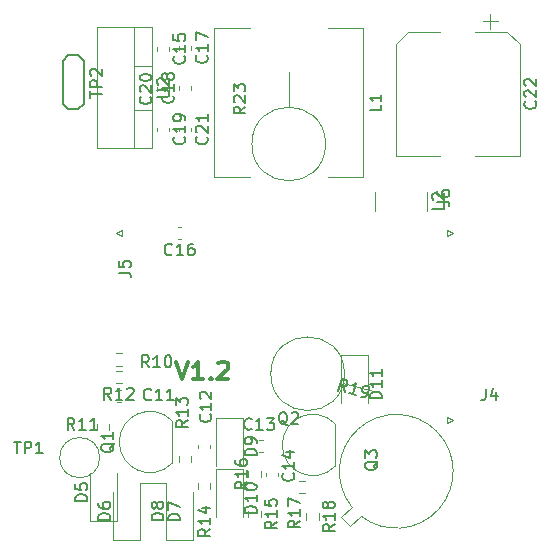
<source format=gbr>
%TF.GenerationSoftware,KiCad,Pcbnew,5.1.7-a382d34a88~89~ubuntu20.04.1*%
%TF.CreationDate,2021-11-17T19:13:42+01:00*%
%TF.ProjectId,miniWhip,6d696e69-5768-4697-902e-6b696361645f,rev?*%
%TF.SameCoordinates,Original*%
%TF.FileFunction,Legend,Top*%
%TF.FilePolarity,Positive*%
%FSLAX46Y46*%
G04 Gerber Fmt 4.6, Leading zero omitted, Abs format (unit mm)*
G04 Created by KiCad (PCBNEW 5.1.7-a382d34a88~89~ubuntu20.04.1) date 2021-11-17 19:13:42*
%MOMM*%
%LPD*%
G01*
G04 APERTURE LIST*
%ADD10C,0.300000*%
%ADD11C,0.120000*%
%ADD12C,0.150000*%
G04 APERTURE END LIST*
D10*
X41835285Y-58252571D02*
X42335285Y-59752571D01*
X42835285Y-58252571D01*
X44121000Y-59752571D02*
X43263857Y-59752571D01*
X43692428Y-59752571D02*
X43692428Y-58252571D01*
X43549571Y-58466857D01*
X43406714Y-58609714D01*
X43263857Y-58681142D01*
X44763857Y-59609714D02*
X44835285Y-59681142D01*
X44763857Y-59752571D01*
X44692428Y-59681142D01*
X44763857Y-59609714D01*
X44763857Y-59752571D01*
X45406714Y-58395428D02*
X45478142Y-58324000D01*
X45621000Y-58252571D01*
X45978142Y-58252571D01*
X46121000Y-58324000D01*
X46192428Y-58395428D01*
X46263857Y-58538285D01*
X46263857Y-58681142D01*
X46192428Y-58895428D01*
X45335285Y-59752571D01*
X46263857Y-59752571D01*
D11*
%TO.C,R12*%
X37238224Y-60096500D02*
X36728776Y-60096500D01*
X37238224Y-59051500D02*
X36728776Y-59051500D01*
%TO.C,Q1*%
X41471000Y-66854000D02*
X41471000Y-63254000D01*
X41459478Y-63215522D02*
G75*
G03*
X37021000Y-65054000I-1838478J-1838478D01*
G01*
X41459478Y-66892478D02*
G75*
G02*
X37021000Y-65054000I-1838478J1838478D01*
G01*
%TO.C,L2*%
X63081000Y-43876631D02*
X63081000Y-45471369D01*
X58661000Y-43876631D02*
X58661000Y-45471369D01*
%TO.C,L1*%
X48071000Y-42624000D02*
X45071000Y-42624000D01*
X45071000Y-42624000D02*
X45071000Y-30024000D01*
X45071000Y-30024000D02*
X48071000Y-30024000D01*
X54671000Y-30024000D02*
X57671000Y-30024000D01*
X57671000Y-30024000D02*
X57671000Y-42624000D01*
X57671000Y-42624000D02*
X54671000Y-42624000D01*
%TO.C,D11*%
X58106000Y-61749000D02*
X58106000Y-57689000D01*
X58106000Y-57689000D02*
X55836000Y-57689000D01*
X55836000Y-57689000D02*
X55836000Y-61749000D01*
%TO.C,D10*%
X47506000Y-71424000D02*
X47506000Y-67364000D01*
X47506000Y-67364000D02*
X45236000Y-67364000D01*
X45236000Y-67364000D02*
X45236000Y-71424000D01*
%TO.C,D9*%
X47506000Y-67049000D02*
X47506000Y-62989000D01*
X47506000Y-62989000D02*
X45236000Y-62989000D01*
X45236000Y-62989000D02*
X45236000Y-67049000D01*
%TO.C,D8*%
X40986000Y-69299000D02*
X40986000Y-73359000D01*
X40986000Y-73359000D02*
X43256000Y-73359000D01*
X43256000Y-73359000D02*
X43256000Y-69299000D01*
%TO.C,D7*%
X41006000Y-72549000D02*
X41006000Y-68489000D01*
X41006000Y-68489000D02*
X38736000Y-68489000D01*
X38736000Y-68489000D02*
X38736000Y-72549000D01*
%TO.C,D6*%
X36486000Y-69299000D02*
X36486000Y-73359000D01*
X36486000Y-73359000D02*
X38756000Y-73359000D01*
X38756000Y-73359000D02*
X38756000Y-69299000D01*
%TO.C,D5*%
X34536000Y-67711500D02*
X34536000Y-71771500D01*
X34536000Y-71771500D02*
X36806000Y-71771500D01*
X36806000Y-71771500D02*
X36806000Y-67711500D01*
D12*
%TO.C,TP2*%
X34021000Y-32794000D02*
X34021000Y-36394000D01*
X34021000Y-36394000D02*
X33521000Y-36894000D01*
X33521000Y-36894000D02*
X32721000Y-36894000D01*
X32721000Y-36894000D02*
X32221000Y-36394000D01*
X32221000Y-36394000D02*
X32221000Y-32794000D01*
X32221000Y-32794000D02*
X32721000Y-32294000D01*
X32721000Y-32294000D02*
X33521000Y-32294000D01*
X33521000Y-32294000D02*
X34021000Y-32794000D01*
D11*
%TO.C,U2*%
X39791000Y-29944000D02*
X39791000Y-40184000D01*
X35150000Y-29944000D02*
X35150000Y-40184000D01*
X39791000Y-29944000D02*
X35150000Y-29944000D01*
X39791000Y-40184000D02*
X35150000Y-40184000D01*
X38281000Y-29944000D02*
X38281000Y-40184000D01*
X39791000Y-33214000D02*
X38281000Y-33214000D01*
X39791000Y-36915000D02*
X38281000Y-36915000D01*
%TO.C,R23*%
X54491000Y-39824000D02*
G75*
G03*
X54491000Y-39824000I-3120000J0D01*
G01*
X51371000Y-36704000D02*
X51371000Y-33704000D01*
%TO.C,J6*%
X64761000Y-47624000D02*
X65261000Y-47374000D01*
X64761000Y-47124000D02*
X64761000Y-47624000D01*
X65261000Y-47374000D02*
X64761000Y-47124000D01*
%TO.C,J5*%
X37281000Y-47124000D02*
X36781000Y-47374000D01*
X37281000Y-47624000D02*
X37281000Y-47124000D01*
X36781000Y-47374000D02*
X37281000Y-47624000D01*
%TO.C,C22*%
X60411000Y-40834000D02*
X64161000Y-40834000D01*
X70931000Y-40834000D02*
X67181000Y-40834000D01*
X70931000Y-31378437D02*
X70931000Y-40834000D01*
X60411000Y-31378437D02*
X60411000Y-40834000D01*
X61475437Y-30314000D02*
X64161000Y-30314000D01*
X69866563Y-30314000D02*
X67181000Y-30314000D01*
X69866563Y-30314000D02*
X70931000Y-31378437D01*
X61475437Y-30314000D02*
X60411000Y-31378437D01*
X68431000Y-28824000D02*
X68431000Y-30074000D01*
X69056000Y-29449000D02*
X67806000Y-29449000D01*
%TO.C,C21*%
X43131000Y-38427733D02*
X43131000Y-38720267D01*
X42111000Y-38427733D02*
X42111000Y-38720267D01*
%TO.C,C20*%
X40211000Y-35307767D02*
X40211000Y-35015233D01*
X41231000Y-35307767D02*
X41231000Y-35015233D01*
%TO.C,C19*%
X41231000Y-38440233D02*
X41231000Y-38732767D01*
X40211000Y-38440233D02*
X40211000Y-38732767D01*
%TO.C,C18*%
X42111000Y-35220267D02*
X42111000Y-34927733D01*
X43131000Y-35220267D02*
X43131000Y-34927733D01*
%TO.C,C17*%
X43131000Y-31540233D02*
X43131000Y-31832767D01*
X42111000Y-31540233D02*
X42111000Y-31832767D01*
%TO.C,C16*%
X42279767Y-47884000D02*
X41987233Y-47884000D01*
X42279767Y-46864000D02*
X41987233Y-46864000D01*
%TO.C,C15*%
X41231000Y-31615233D02*
X41231000Y-31907767D01*
X40211000Y-31615233D02*
X40211000Y-31907767D01*
%TO.C,TP1*%
X35371000Y-66374000D02*
G75*
G03*
X35371000Y-66374000I-1700000J0D01*
G01*
%TO.C,C11*%
X37154767Y-60664000D02*
X36862233Y-60664000D01*
X37154767Y-61684000D02*
X36862233Y-61684000D01*
%TO.C,C12*%
X43661000Y-65557767D02*
X43661000Y-65265233D01*
X44681000Y-65557767D02*
X44681000Y-65265233D01*
%TO.C,C13*%
X48862233Y-65884000D02*
X49154767Y-65884000D01*
X48862233Y-64864000D02*
X49154767Y-64864000D01*
%TO.C,C14*%
X50481000Y-67665233D02*
X50481000Y-67957767D01*
X49461000Y-67665233D02*
X49461000Y-67957767D01*
%TO.C,J4*%
X64761000Y-63424000D02*
X65261000Y-63174000D01*
X64761000Y-62924000D02*
X64761000Y-63424000D01*
X65261000Y-63174000D02*
X64761000Y-62924000D01*
%TO.C,Q2*%
X55271000Y-67104000D02*
X55271000Y-63504000D01*
X55259478Y-63465522D02*
G75*
G03*
X50821000Y-65304000I-1838478J-1838478D01*
G01*
X55259478Y-67142478D02*
G75*
G02*
X50821000Y-65304000I-1838478J1838478D01*
G01*
%TO.C,Q3*%
X56696098Y-70531084D02*
X55805144Y-71422039D01*
X55805144Y-71422039D02*
X56582961Y-72199856D01*
X56582961Y-72199856D02*
X57473916Y-71308902D01*
X57473629Y-71308674D02*
G75*
G03*
X56696098Y-70531084I2997371J3774674D01*
G01*
%TO.C,R10*%
X36716276Y-57551500D02*
X37225724Y-57551500D01*
X36716276Y-58596500D02*
X37225724Y-58596500D01*
%TO.C,R11*%
X35148500Y-63531776D02*
X35148500Y-64041224D01*
X36193500Y-63531776D02*
X36193500Y-64041224D01*
%TO.C,R13*%
X42048500Y-66206776D02*
X42048500Y-66716224D01*
X43093500Y-66206776D02*
X43093500Y-66716224D01*
%TO.C,R14*%
X44693500Y-68531776D02*
X44693500Y-69041224D01*
X43648500Y-68531776D02*
X43648500Y-69041224D01*
%TO.C,R15*%
X48993500Y-70906776D02*
X48993500Y-71416224D01*
X47948500Y-70906776D02*
X47948500Y-71416224D01*
%TO.C,R16*%
X48993500Y-67519276D02*
X48993500Y-68028724D01*
X47948500Y-67519276D02*
X47948500Y-68028724D01*
%TO.C,R17*%
X52216276Y-68351500D02*
X52725724Y-68351500D01*
X52216276Y-69396500D02*
X52725724Y-69396500D01*
%TO.C,R18*%
X53893500Y-71106776D02*
X53893500Y-71616224D01*
X52848500Y-71106776D02*
X52848500Y-71616224D01*
%TO.C,R19*%
X56091000Y-59274000D02*
G75*
G03*
X56091000Y-59274000I-3120000J0D01*
G01*
X55984689Y-60081515D02*
X58882466Y-60857973D01*
%TO.C,R12*%
D12*
X36340642Y-61456380D02*
X36007309Y-60980190D01*
X35769214Y-61456380D02*
X35769214Y-60456380D01*
X36150166Y-60456380D01*
X36245404Y-60504000D01*
X36293023Y-60551619D01*
X36340642Y-60646857D01*
X36340642Y-60789714D01*
X36293023Y-60884952D01*
X36245404Y-60932571D01*
X36150166Y-60980190D01*
X35769214Y-60980190D01*
X37293023Y-61456380D02*
X36721595Y-61456380D01*
X37007309Y-61456380D02*
X37007309Y-60456380D01*
X36912071Y-60599238D01*
X36816833Y-60694476D01*
X36721595Y-60742095D01*
X37673976Y-60551619D02*
X37721595Y-60504000D01*
X37816833Y-60456380D01*
X38054928Y-60456380D01*
X38150166Y-60504000D01*
X38197785Y-60551619D01*
X38245404Y-60646857D01*
X38245404Y-60742095D01*
X38197785Y-60884952D01*
X37626357Y-61456380D01*
X38245404Y-61456380D01*
%TO.C,Q1*%
X36608619Y-65149238D02*
X36561000Y-65244476D01*
X36465761Y-65339714D01*
X36322904Y-65482571D01*
X36275285Y-65577809D01*
X36275285Y-65673047D01*
X36513380Y-65625428D02*
X36465761Y-65720666D01*
X36370523Y-65815904D01*
X36180047Y-65863523D01*
X35846714Y-65863523D01*
X35656238Y-65815904D01*
X35561000Y-65720666D01*
X35513380Y-65625428D01*
X35513380Y-65434952D01*
X35561000Y-65339714D01*
X35656238Y-65244476D01*
X35846714Y-65196857D01*
X36180047Y-65196857D01*
X36370523Y-65244476D01*
X36465761Y-65339714D01*
X36513380Y-65434952D01*
X36513380Y-65625428D01*
X36513380Y-64244476D02*
X36513380Y-64815904D01*
X36513380Y-64530190D02*
X35513380Y-64530190D01*
X35656238Y-64625428D01*
X35751476Y-64720666D01*
X35799095Y-64815904D01*
%TO.C,L2*%
X64503380Y-44840666D02*
X64503380Y-45316857D01*
X63503380Y-45316857D01*
X63598619Y-44554952D02*
X63551000Y-44507333D01*
X63503380Y-44412095D01*
X63503380Y-44174000D01*
X63551000Y-44078761D01*
X63598619Y-44031142D01*
X63693857Y-43983523D01*
X63789095Y-43983523D01*
X63931952Y-44031142D01*
X64503380Y-44602571D01*
X64503380Y-43983523D01*
%TO.C,L1*%
X59223380Y-36490666D02*
X59223380Y-36966857D01*
X58223380Y-36966857D01*
X59223380Y-35633523D02*
X59223380Y-36204952D01*
X59223380Y-35919238D02*
X58223380Y-35919238D01*
X58366238Y-36014476D01*
X58461476Y-36109714D01*
X58509095Y-36204952D01*
%TO.C,D11*%
X59243380Y-61363285D02*
X58243380Y-61363285D01*
X58243380Y-61125190D01*
X58291000Y-60982333D01*
X58386238Y-60887095D01*
X58481476Y-60839476D01*
X58671952Y-60791857D01*
X58814809Y-60791857D01*
X59005285Y-60839476D01*
X59100523Y-60887095D01*
X59195761Y-60982333D01*
X59243380Y-61125190D01*
X59243380Y-61363285D01*
X59243380Y-59839476D02*
X59243380Y-60410904D01*
X59243380Y-60125190D02*
X58243380Y-60125190D01*
X58386238Y-60220428D01*
X58481476Y-60315666D01*
X58529095Y-60410904D01*
X59243380Y-58887095D02*
X59243380Y-59458523D01*
X59243380Y-59172809D02*
X58243380Y-59172809D01*
X58386238Y-59268047D01*
X58481476Y-59363285D01*
X58529095Y-59458523D01*
%TO.C,D10*%
X48643380Y-71038285D02*
X47643380Y-71038285D01*
X47643380Y-70800190D01*
X47691000Y-70657333D01*
X47786238Y-70562095D01*
X47881476Y-70514476D01*
X48071952Y-70466857D01*
X48214809Y-70466857D01*
X48405285Y-70514476D01*
X48500523Y-70562095D01*
X48595761Y-70657333D01*
X48643380Y-70800190D01*
X48643380Y-71038285D01*
X48643380Y-69514476D02*
X48643380Y-70085904D01*
X48643380Y-69800190D02*
X47643380Y-69800190D01*
X47786238Y-69895428D01*
X47881476Y-69990666D01*
X47929095Y-70085904D01*
X47643380Y-68895428D02*
X47643380Y-68800190D01*
X47691000Y-68704952D01*
X47738619Y-68657333D01*
X47833857Y-68609714D01*
X48024333Y-68562095D01*
X48262428Y-68562095D01*
X48452904Y-68609714D01*
X48548142Y-68657333D01*
X48595761Y-68704952D01*
X48643380Y-68800190D01*
X48643380Y-68895428D01*
X48595761Y-68990666D01*
X48548142Y-69038285D01*
X48452904Y-69085904D01*
X48262428Y-69133523D01*
X48024333Y-69133523D01*
X47833857Y-69085904D01*
X47738619Y-69038285D01*
X47691000Y-68990666D01*
X47643380Y-68895428D01*
%TO.C,D9*%
X48643380Y-66187095D02*
X47643380Y-66187095D01*
X47643380Y-65949000D01*
X47691000Y-65806142D01*
X47786238Y-65710904D01*
X47881476Y-65663285D01*
X48071952Y-65615666D01*
X48214809Y-65615666D01*
X48405285Y-65663285D01*
X48500523Y-65710904D01*
X48595761Y-65806142D01*
X48643380Y-65949000D01*
X48643380Y-66187095D01*
X48643380Y-65139476D02*
X48643380Y-64949000D01*
X48595761Y-64853761D01*
X48548142Y-64806142D01*
X48405285Y-64710904D01*
X48214809Y-64663285D01*
X47833857Y-64663285D01*
X47738619Y-64710904D01*
X47691000Y-64758523D01*
X47643380Y-64853761D01*
X47643380Y-65044238D01*
X47691000Y-65139476D01*
X47738619Y-65187095D01*
X47833857Y-65234714D01*
X48071952Y-65234714D01*
X48167190Y-65187095D01*
X48214809Y-65139476D01*
X48262428Y-65044238D01*
X48262428Y-64853761D01*
X48214809Y-64758523D01*
X48167190Y-64710904D01*
X48071952Y-64663285D01*
%TO.C,D8*%
X40753380Y-71637095D02*
X39753380Y-71637095D01*
X39753380Y-71399000D01*
X39801000Y-71256142D01*
X39896238Y-71160904D01*
X39991476Y-71113285D01*
X40181952Y-71065666D01*
X40324809Y-71065666D01*
X40515285Y-71113285D01*
X40610523Y-71160904D01*
X40705761Y-71256142D01*
X40753380Y-71399000D01*
X40753380Y-71637095D01*
X40181952Y-70494238D02*
X40134333Y-70589476D01*
X40086714Y-70637095D01*
X39991476Y-70684714D01*
X39943857Y-70684714D01*
X39848619Y-70637095D01*
X39801000Y-70589476D01*
X39753380Y-70494238D01*
X39753380Y-70303761D01*
X39801000Y-70208523D01*
X39848619Y-70160904D01*
X39943857Y-70113285D01*
X39991476Y-70113285D01*
X40086714Y-70160904D01*
X40134333Y-70208523D01*
X40181952Y-70303761D01*
X40181952Y-70494238D01*
X40229571Y-70589476D01*
X40277190Y-70637095D01*
X40372428Y-70684714D01*
X40562904Y-70684714D01*
X40658142Y-70637095D01*
X40705761Y-70589476D01*
X40753380Y-70494238D01*
X40753380Y-70303761D01*
X40705761Y-70208523D01*
X40658142Y-70160904D01*
X40562904Y-70113285D01*
X40372428Y-70113285D01*
X40277190Y-70160904D01*
X40229571Y-70208523D01*
X40181952Y-70303761D01*
%TO.C,D7*%
X42143380Y-71687095D02*
X41143380Y-71687095D01*
X41143380Y-71449000D01*
X41191000Y-71306142D01*
X41286238Y-71210904D01*
X41381476Y-71163285D01*
X41571952Y-71115666D01*
X41714809Y-71115666D01*
X41905285Y-71163285D01*
X42000523Y-71210904D01*
X42095761Y-71306142D01*
X42143380Y-71449000D01*
X42143380Y-71687095D01*
X41143380Y-70782333D02*
X41143380Y-70115666D01*
X42143380Y-70544238D01*
%TO.C,D6*%
X36253380Y-71637095D02*
X35253380Y-71637095D01*
X35253380Y-71399000D01*
X35301000Y-71256142D01*
X35396238Y-71160904D01*
X35491476Y-71113285D01*
X35681952Y-71065666D01*
X35824809Y-71065666D01*
X36015285Y-71113285D01*
X36110523Y-71160904D01*
X36205761Y-71256142D01*
X36253380Y-71399000D01*
X36253380Y-71637095D01*
X35253380Y-70208523D02*
X35253380Y-70399000D01*
X35301000Y-70494238D01*
X35348619Y-70541857D01*
X35491476Y-70637095D01*
X35681952Y-70684714D01*
X36062904Y-70684714D01*
X36158142Y-70637095D01*
X36205761Y-70589476D01*
X36253380Y-70494238D01*
X36253380Y-70303761D01*
X36205761Y-70208523D01*
X36158142Y-70160904D01*
X36062904Y-70113285D01*
X35824809Y-70113285D01*
X35729571Y-70160904D01*
X35681952Y-70208523D01*
X35634333Y-70303761D01*
X35634333Y-70494238D01*
X35681952Y-70589476D01*
X35729571Y-70637095D01*
X35824809Y-70684714D01*
%TO.C,D5*%
X34303380Y-70049595D02*
X33303380Y-70049595D01*
X33303380Y-69811500D01*
X33351000Y-69668642D01*
X33446238Y-69573404D01*
X33541476Y-69525785D01*
X33731952Y-69478166D01*
X33874809Y-69478166D01*
X34065285Y-69525785D01*
X34160523Y-69573404D01*
X34255761Y-69668642D01*
X34303380Y-69811500D01*
X34303380Y-70049595D01*
X33303380Y-68573404D02*
X33303380Y-69049595D01*
X33779571Y-69097214D01*
X33731952Y-69049595D01*
X33684333Y-68954357D01*
X33684333Y-68716261D01*
X33731952Y-68621023D01*
X33779571Y-68573404D01*
X33874809Y-68525785D01*
X34112904Y-68525785D01*
X34208142Y-68573404D01*
X34255761Y-68621023D01*
X34303380Y-68716261D01*
X34303380Y-68954357D01*
X34255761Y-69049595D01*
X34208142Y-69097214D01*
%TO.C,TP2*%
X34573380Y-35885904D02*
X34573380Y-35314476D01*
X35573380Y-35600190D02*
X34573380Y-35600190D01*
X35573380Y-34981142D02*
X34573380Y-34981142D01*
X34573380Y-34600190D01*
X34621000Y-34504952D01*
X34668619Y-34457333D01*
X34763857Y-34409714D01*
X34906714Y-34409714D01*
X35001952Y-34457333D01*
X35049571Y-34504952D01*
X35097190Y-34600190D01*
X35097190Y-34981142D01*
X34668619Y-34028761D02*
X34621000Y-33981142D01*
X34573380Y-33885904D01*
X34573380Y-33647809D01*
X34621000Y-33552571D01*
X34668619Y-33504952D01*
X34763857Y-33457333D01*
X34859095Y-33457333D01*
X35001952Y-33504952D01*
X35573380Y-34076380D01*
X35573380Y-33457333D01*
%TO.C,U2*%
X40243380Y-35825904D02*
X41052904Y-35825904D01*
X41148142Y-35778285D01*
X41195761Y-35730666D01*
X41243380Y-35635428D01*
X41243380Y-35444952D01*
X41195761Y-35349714D01*
X41148142Y-35302095D01*
X41052904Y-35254476D01*
X40243380Y-35254476D01*
X40338619Y-34825904D02*
X40291000Y-34778285D01*
X40243380Y-34683047D01*
X40243380Y-34444952D01*
X40291000Y-34349714D01*
X40338619Y-34302095D01*
X40433857Y-34254476D01*
X40529095Y-34254476D01*
X40671952Y-34302095D01*
X41243380Y-34873523D01*
X41243380Y-34254476D01*
%TO.C,R23*%
X47703380Y-36656857D02*
X47227190Y-36990190D01*
X47703380Y-37228285D02*
X46703380Y-37228285D01*
X46703380Y-36847333D01*
X46751000Y-36752095D01*
X46798619Y-36704476D01*
X46893857Y-36656857D01*
X47036714Y-36656857D01*
X47131952Y-36704476D01*
X47179571Y-36752095D01*
X47227190Y-36847333D01*
X47227190Y-37228285D01*
X46798619Y-36275904D02*
X46751000Y-36228285D01*
X46703380Y-36133047D01*
X46703380Y-35894952D01*
X46751000Y-35799714D01*
X46798619Y-35752095D01*
X46893857Y-35704476D01*
X46989095Y-35704476D01*
X47131952Y-35752095D01*
X47703380Y-36323523D01*
X47703380Y-35704476D01*
X46703380Y-35371142D02*
X46703380Y-34752095D01*
X47084333Y-35085428D01*
X47084333Y-34942571D01*
X47131952Y-34847333D01*
X47179571Y-34799714D01*
X47274809Y-34752095D01*
X47512904Y-34752095D01*
X47608142Y-34799714D01*
X47655761Y-34847333D01*
X47703380Y-34942571D01*
X47703380Y-35228285D01*
X47655761Y-35323523D01*
X47608142Y-35371142D01*
%TO.C,J6*%
X63963380Y-44707333D02*
X64677666Y-44707333D01*
X64820523Y-44754952D01*
X64915761Y-44850190D01*
X64963380Y-44993047D01*
X64963380Y-45088285D01*
X63963380Y-43802571D02*
X63963380Y-43993047D01*
X64011000Y-44088285D01*
X64058619Y-44135904D01*
X64201476Y-44231142D01*
X64391952Y-44278761D01*
X64772904Y-44278761D01*
X64868142Y-44231142D01*
X64915761Y-44183523D01*
X64963380Y-44088285D01*
X64963380Y-43897809D01*
X64915761Y-43802571D01*
X64868142Y-43754952D01*
X64772904Y-43707333D01*
X64534809Y-43707333D01*
X64439571Y-43754952D01*
X64391952Y-43802571D01*
X64344333Y-43897809D01*
X64344333Y-44088285D01*
X64391952Y-44183523D01*
X64439571Y-44231142D01*
X64534809Y-44278761D01*
%TO.C,J5*%
X36983380Y-50707333D02*
X37697666Y-50707333D01*
X37840523Y-50754952D01*
X37935761Y-50850190D01*
X37983380Y-50993047D01*
X37983380Y-51088285D01*
X36983380Y-49754952D02*
X36983380Y-50231142D01*
X37459571Y-50278761D01*
X37411952Y-50231142D01*
X37364333Y-50135904D01*
X37364333Y-49897809D01*
X37411952Y-49802571D01*
X37459571Y-49754952D01*
X37554809Y-49707333D01*
X37792904Y-49707333D01*
X37888142Y-49754952D01*
X37935761Y-49802571D01*
X37983380Y-49897809D01*
X37983380Y-50135904D01*
X37935761Y-50231142D01*
X37888142Y-50278761D01*
%TO.C,C22*%
X72228142Y-36216857D02*
X72275761Y-36264476D01*
X72323380Y-36407333D01*
X72323380Y-36502571D01*
X72275761Y-36645428D01*
X72180523Y-36740666D01*
X72085285Y-36788285D01*
X71894809Y-36835904D01*
X71751952Y-36835904D01*
X71561476Y-36788285D01*
X71466238Y-36740666D01*
X71371000Y-36645428D01*
X71323380Y-36502571D01*
X71323380Y-36407333D01*
X71371000Y-36264476D01*
X71418619Y-36216857D01*
X71418619Y-35835904D02*
X71371000Y-35788285D01*
X71323380Y-35693047D01*
X71323380Y-35454952D01*
X71371000Y-35359714D01*
X71418619Y-35312095D01*
X71513857Y-35264476D01*
X71609095Y-35264476D01*
X71751952Y-35312095D01*
X72323380Y-35883523D01*
X72323380Y-35264476D01*
X71418619Y-34883523D02*
X71371000Y-34835904D01*
X71323380Y-34740666D01*
X71323380Y-34502571D01*
X71371000Y-34407333D01*
X71418619Y-34359714D01*
X71513857Y-34312095D01*
X71609095Y-34312095D01*
X71751952Y-34359714D01*
X72323380Y-34931142D01*
X72323380Y-34312095D01*
%TO.C,C21*%
X44408142Y-39216857D02*
X44455761Y-39264476D01*
X44503380Y-39407333D01*
X44503380Y-39502571D01*
X44455761Y-39645428D01*
X44360523Y-39740666D01*
X44265285Y-39788285D01*
X44074809Y-39835904D01*
X43931952Y-39835904D01*
X43741476Y-39788285D01*
X43646238Y-39740666D01*
X43551000Y-39645428D01*
X43503380Y-39502571D01*
X43503380Y-39407333D01*
X43551000Y-39264476D01*
X43598619Y-39216857D01*
X43598619Y-38835904D02*
X43551000Y-38788285D01*
X43503380Y-38693047D01*
X43503380Y-38454952D01*
X43551000Y-38359714D01*
X43598619Y-38312095D01*
X43693857Y-38264476D01*
X43789095Y-38264476D01*
X43931952Y-38312095D01*
X44503380Y-38883523D01*
X44503380Y-38264476D01*
X44503380Y-37312095D02*
X44503380Y-37883523D01*
X44503380Y-37597809D02*
X43503380Y-37597809D01*
X43646238Y-37693047D01*
X43741476Y-37788285D01*
X43789095Y-37883523D01*
%TO.C,C20*%
X39648142Y-35804357D02*
X39695761Y-35851976D01*
X39743380Y-35994833D01*
X39743380Y-36090071D01*
X39695761Y-36232928D01*
X39600523Y-36328166D01*
X39505285Y-36375785D01*
X39314809Y-36423404D01*
X39171952Y-36423404D01*
X38981476Y-36375785D01*
X38886238Y-36328166D01*
X38791000Y-36232928D01*
X38743380Y-36090071D01*
X38743380Y-35994833D01*
X38791000Y-35851976D01*
X38838619Y-35804357D01*
X38838619Y-35423404D02*
X38791000Y-35375785D01*
X38743380Y-35280547D01*
X38743380Y-35042452D01*
X38791000Y-34947214D01*
X38838619Y-34899595D01*
X38933857Y-34851976D01*
X39029095Y-34851976D01*
X39171952Y-34899595D01*
X39743380Y-35471023D01*
X39743380Y-34851976D01*
X38743380Y-34232928D02*
X38743380Y-34137690D01*
X38791000Y-34042452D01*
X38838619Y-33994833D01*
X38933857Y-33947214D01*
X39124333Y-33899595D01*
X39362428Y-33899595D01*
X39552904Y-33947214D01*
X39648142Y-33994833D01*
X39695761Y-34042452D01*
X39743380Y-34137690D01*
X39743380Y-34232928D01*
X39695761Y-34328166D01*
X39648142Y-34375785D01*
X39552904Y-34423404D01*
X39362428Y-34471023D01*
X39124333Y-34471023D01*
X38933857Y-34423404D01*
X38838619Y-34375785D01*
X38791000Y-34328166D01*
X38743380Y-34232928D01*
%TO.C,C19*%
X42508142Y-39229357D02*
X42555761Y-39276976D01*
X42603380Y-39419833D01*
X42603380Y-39515071D01*
X42555761Y-39657928D01*
X42460523Y-39753166D01*
X42365285Y-39800785D01*
X42174809Y-39848404D01*
X42031952Y-39848404D01*
X41841476Y-39800785D01*
X41746238Y-39753166D01*
X41651000Y-39657928D01*
X41603380Y-39515071D01*
X41603380Y-39419833D01*
X41651000Y-39276976D01*
X41698619Y-39229357D01*
X42603380Y-38276976D02*
X42603380Y-38848404D01*
X42603380Y-38562690D02*
X41603380Y-38562690D01*
X41746238Y-38657928D01*
X41841476Y-38753166D01*
X41889095Y-38848404D01*
X42603380Y-37800785D02*
X42603380Y-37610309D01*
X42555761Y-37515071D01*
X42508142Y-37467452D01*
X42365285Y-37372214D01*
X42174809Y-37324595D01*
X41793857Y-37324595D01*
X41698619Y-37372214D01*
X41651000Y-37419833D01*
X41603380Y-37515071D01*
X41603380Y-37705547D01*
X41651000Y-37800785D01*
X41698619Y-37848404D01*
X41793857Y-37896023D01*
X42031952Y-37896023D01*
X42127190Y-37848404D01*
X42174809Y-37800785D01*
X42222428Y-37705547D01*
X42222428Y-37515071D01*
X42174809Y-37419833D01*
X42127190Y-37372214D01*
X42031952Y-37324595D01*
%TO.C,C18*%
X41548142Y-35716857D02*
X41595761Y-35764476D01*
X41643380Y-35907333D01*
X41643380Y-36002571D01*
X41595761Y-36145428D01*
X41500523Y-36240666D01*
X41405285Y-36288285D01*
X41214809Y-36335904D01*
X41071952Y-36335904D01*
X40881476Y-36288285D01*
X40786238Y-36240666D01*
X40691000Y-36145428D01*
X40643380Y-36002571D01*
X40643380Y-35907333D01*
X40691000Y-35764476D01*
X40738619Y-35716857D01*
X41643380Y-34764476D02*
X41643380Y-35335904D01*
X41643380Y-35050190D02*
X40643380Y-35050190D01*
X40786238Y-35145428D01*
X40881476Y-35240666D01*
X40929095Y-35335904D01*
X41071952Y-34193047D02*
X41024333Y-34288285D01*
X40976714Y-34335904D01*
X40881476Y-34383523D01*
X40833857Y-34383523D01*
X40738619Y-34335904D01*
X40691000Y-34288285D01*
X40643380Y-34193047D01*
X40643380Y-34002571D01*
X40691000Y-33907333D01*
X40738619Y-33859714D01*
X40833857Y-33812095D01*
X40881476Y-33812095D01*
X40976714Y-33859714D01*
X41024333Y-33907333D01*
X41071952Y-34002571D01*
X41071952Y-34193047D01*
X41119571Y-34288285D01*
X41167190Y-34335904D01*
X41262428Y-34383523D01*
X41452904Y-34383523D01*
X41548142Y-34335904D01*
X41595761Y-34288285D01*
X41643380Y-34193047D01*
X41643380Y-34002571D01*
X41595761Y-33907333D01*
X41548142Y-33859714D01*
X41452904Y-33812095D01*
X41262428Y-33812095D01*
X41167190Y-33859714D01*
X41119571Y-33907333D01*
X41071952Y-34002571D01*
%TO.C,C17*%
X44408142Y-32329357D02*
X44455761Y-32376976D01*
X44503380Y-32519833D01*
X44503380Y-32615071D01*
X44455761Y-32757928D01*
X44360523Y-32853166D01*
X44265285Y-32900785D01*
X44074809Y-32948404D01*
X43931952Y-32948404D01*
X43741476Y-32900785D01*
X43646238Y-32853166D01*
X43551000Y-32757928D01*
X43503380Y-32615071D01*
X43503380Y-32519833D01*
X43551000Y-32376976D01*
X43598619Y-32329357D01*
X44503380Y-31376976D02*
X44503380Y-31948404D01*
X44503380Y-31662690D02*
X43503380Y-31662690D01*
X43646238Y-31757928D01*
X43741476Y-31853166D01*
X43789095Y-31948404D01*
X43503380Y-31043642D02*
X43503380Y-30376976D01*
X44503380Y-30805547D01*
%TO.C,C16*%
X41490642Y-49161142D02*
X41443023Y-49208761D01*
X41300166Y-49256380D01*
X41204928Y-49256380D01*
X41062071Y-49208761D01*
X40966833Y-49113523D01*
X40919214Y-49018285D01*
X40871595Y-48827809D01*
X40871595Y-48684952D01*
X40919214Y-48494476D01*
X40966833Y-48399238D01*
X41062071Y-48304000D01*
X41204928Y-48256380D01*
X41300166Y-48256380D01*
X41443023Y-48304000D01*
X41490642Y-48351619D01*
X42443023Y-49256380D02*
X41871595Y-49256380D01*
X42157309Y-49256380D02*
X42157309Y-48256380D01*
X42062071Y-48399238D01*
X41966833Y-48494476D01*
X41871595Y-48542095D01*
X43300166Y-48256380D02*
X43109690Y-48256380D01*
X43014452Y-48304000D01*
X42966833Y-48351619D01*
X42871595Y-48494476D01*
X42823976Y-48684952D01*
X42823976Y-49065904D01*
X42871595Y-49161142D01*
X42919214Y-49208761D01*
X43014452Y-49256380D01*
X43204928Y-49256380D01*
X43300166Y-49208761D01*
X43347785Y-49161142D01*
X43395404Y-49065904D01*
X43395404Y-48827809D01*
X43347785Y-48732571D01*
X43300166Y-48684952D01*
X43204928Y-48637333D01*
X43014452Y-48637333D01*
X42919214Y-48684952D01*
X42871595Y-48732571D01*
X42823976Y-48827809D01*
%TO.C,C15*%
X42508142Y-32404357D02*
X42555761Y-32451976D01*
X42603380Y-32594833D01*
X42603380Y-32690071D01*
X42555761Y-32832928D01*
X42460523Y-32928166D01*
X42365285Y-32975785D01*
X42174809Y-33023404D01*
X42031952Y-33023404D01*
X41841476Y-32975785D01*
X41746238Y-32928166D01*
X41651000Y-32832928D01*
X41603380Y-32690071D01*
X41603380Y-32594833D01*
X41651000Y-32451976D01*
X41698619Y-32404357D01*
X42603380Y-31451976D02*
X42603380Y-32023404D01*
X42603380Y-31737690D02*
X41603380Y-31737690D01*
X41746238Y-31832928D01*
X41841476Y-31928166D01*
X41889095Y-32023404D01*
X41603380Y-30547214D02*
X41603380Y-31023404D01*
X42079571Y-31071023D01*
X42031952Y-31023404D01*
X41984333Y-30928166D01*
X41984333Y-30690071D01*
X42031952Y-30594833D01*
X42079571Y-30547214D01*
X42174809Y-30499595D01*
X42412904Y-30499595D01*
X42508142Y-30547214D01*
X42555761Y-30594833D01*
X42603380Y-30690071D01*
X42603380Y-30928166D01*
X42555761Y-31023404D01*
X42508142Y-31071023D01*
%TO.C,TP1*%
X28109095Y-65026380D02*
X28680523Y-65026380D01*
X28394809Y-66026380D02*
X28394809Y-65026380D01*
X29013857Y-66026380D02*
X29013857Y-65026380D01*
X29394809Y-65026380D01*
X29490047Y-65074000D01*
X29537666Y-65121619D01*
X29585285Y-65216857D01*
X29585285Y-65359714D01*
X29537666Y-65454952D01*
X29490047Y-65502571D01*
X29394809Y-65550190D01*
X29013857Y-65550190D01*
X30537666Y-66026380D02*
X29966238Y-66026380D01*
X30251952Y-66026380D02*
X30251952Y-65026380D01*
X30156714Y-65169238D01*
X30061476Y-65264476D01*
X29966238Y-65312095D01*
%TO.C,C11*%
X39728142Y-61431142D02*
X39680523Y-61478761D01*
X39537666Y-61526380D01*
X39442428Y-61526380D01*
X39299571Y-61478761D01*
X39204333Y-61383523D01*
X39156714Y-61288285D01*
X39109095Y-61097809D01*
X39109095Y-60954952D01*
X39156714Y-60764476D01*
X39204333Y-60669238D01*
X39299571Y-60574000D01*
X39442428Y-60526380D01*
X39537666Y-60526380D01*
X39680523Y-60574000D01*
X39728142Y-60621619D01*
X40680523Y-61526380D02*
X40109095Y-61526380D01*
X40394809Y-61526380D02*
X40394809Y-60526380D01*
X40299571Y-60669238D01*
X40204333Y-60764476D01*
X40109095Y-60812095D01*
X41632904Y-61526380D02*
X41061476Y-61526380D01*
X41347190Y-61526380D02*
X41347190Y-60526380D01*
X41251952Y-60669238D01*
X41156714Y-60764476D01*
X41061476Y-60812095D01*
%TO.C,C12*%
X44728142Y-62716857D02*
X44775761Y-62764476D01*
X44823380Y-62907333D01*
X44823380Y-63002571D01*
X44775761Y-63145428D01*
X44680523Y-63240666D01*
X44585285Y-63288285D01*
X44394809Y-63335904D01*
X44251952Y-63335904D01*
X44061476Y-63288285D01*
X43966238Y-63240666D01*
X43871000Y-63145428D01*
X43823380Y-63002571D01*
X43823380Y-62907333D01*
X43871000Y-62764476D01*
X43918619Y-62716857D01*
X44823380Y-61764476D02*
X44823380Y-62335904D01*
X44823380Y-62050190D02*
X43823380Y-62050190D01*
X43966238Y-62145428D01*
X44061476Y-62240666D01*
X44109095Y-62335904D01*
X43918619Y-61383523D02*
X43871000Y-61335904D01*
X43823380Y-61240666D01*
X43823380Y-61002571D01*
X43871000Y-60907333D01*
X43918619Y-60859714D01*
X44013857Y-60812095D01*
X44109095Y-60812095D01*
X44251952Y-60859714D01*
X44823380Y-61431142D01*
X44823380Y-60812095D01*
%TO.C,C13*%
X48228142Y-63931142D02*
X48180523Y-63978761D01*
X48037666Y-64026380D01*
X47942428Y-64026380D01*
X47799571Y-63978761D01*
X47704333Y-63883523D01*
X47656714Y-63788285D01*
X47609095Y-63597809D01*
X47609095Y-63454952D01*
X47656714Y-63264476D01*
X47704333Y-63169238D01*
X47799571Y-63074000D01*
X47942428Y-63026380D01*
X48037666Y-63026380D01*
X48180523Y-63074000D01*
X48228142Y-63121619D01*
X49180523Y-64026380D02*
X48609095Y-64026380D01*
X48894809Y-64026380D02*
X48894809Y-63026380D01*
X48799571Y-63169238D01*
X48704333Y-63264476D01*
X48609095Y-63312095D01*
X49513857Y-63026380D02*
X50132904Y-63026380D01*
X49799571Y-63407333D01*
X49942428Y-63407333D01*
X50037666Y-63454952D01*
X50085285Y-63502571D01*
X50132904Y-63597809D01*
X50132904Y-63835904D01*
X50085285Y-63931142D01*
X50037666Y-63978761D01*
X49942428Y-64026380D01*
X49656714Y-64026380D01*
X49561476Y-63978761D01*
X49513857Y-63931142D01*
%TO.C,C14*%
X51728142Y-67716857D02*
X51775761Y-67764476D01*
X51823380Y-67907333D01*
X51823380Y-68002571D01*
X51775761Y-68145428D01*
X51680523Y-68240666D01*
X51585285Y-68288285D01*
X51394809Y-68335904D01*
X51251952Y-68335904D01*
X51061476Y-68288285D01*
X50966238Y-68240666D01*
X50871000Y-68145428D01*
X50823380Y-68002571D01*
X50823380Y-67907333D01*
X50871000Y-67764476D01*
X50918619Y-67716857D01*
X51823380Y-66764476D02*
X51823380Y-67335904D01*
X51823380Y-67050190D02*
X50823380Y-67050190D01*
X50966238Y-67145428D01*
X51061476Y-67240666D01*
X51109095Y-67335904D01*
X51156714Y-65907333D02*
X51823380Y-65907333D01*
X50775761Y-66145428D02*
X51490047Y-66383523D01*
X51490047Y-65764476D01*
%TO.C,J4*%
X68037666Y-60526380D02*
X68037666Y-61240666D01*
X67990047Y-61383523D01*
X67894809Y-61478761D01*
X67751952Y-61526380D01*
X67656714Y-61526380D01*
X68942428Y-60859714D02*
X68942428Y-61526380D01*
X68704333Y-60478761D02*
X68466238Y-61193047D01*
X69085285Y-61193047D01*
%TO.C,Q2*%
X51275761Y-63621619D02*
X51180523Y-63574000D01*
X51085285Y-63478761D01*
X50942428Y-63335904D01*
X50847190Y-63288285D01*
X50751952Y-63288285D01*
X50799571Y-63526380D02*
X50704333Y-63478761D01*
X50609095Y-63383523D01*
X50561476Y-63193047D01*
X50561476Y-62859714D01*
X50609095Y-62669238D01*
X50704333Y-62574000D01*
X50799571Y-62526380D01*
X50990047Y-62526380D01*
X51085285Y-62574000D01*
X51180523Y-62669238D01*
X51228142Y-62859714D01*
X51228142Y-63193047D01*
X51180523Y-63383523D01*
X51085285Y-63478761D01*
X50990047Y-63526380D01*
X50799571Y-63526380D01*
X51609095Y-62621619D02*
X51656714Y-62574000D01*
X51751952Y-62526380D01*
X51990047Y-62526380D01*
X52085285Y-62574000D01*
X52132904Y-62621619D01*
X52180523Y-62716857D01*
X52180523Y-62812095D01*
X52132904Y-62954952D01*
X51561476Y-63526380D01*
X52180523Y-63526380D01*
%TO.C,Q3*%
X58918619Y-66669238D02*
X58871000Y-66764476D01*
X58775761Y-66859714D01*
X58632904Y-67002571D01*
X58585285Y-67097809D01*
X58585285Y-67193047D01*
X58823380Y-67145428D02*
X58775761Y-67240666D01*
X58680523Y-67335904D01*
X58490047Y-67383523D01*
X58156714Y-67383523D01*
X57966238Y-67335904D01*
X57871000Y-67240666D01*
X57823380Y-67145428D01*
X57823380Y-66954952D01*
X57871000Y-66859714D01*
X57966238Y-66764476D01*
X58156714Y-66716857D01*
X58490047Y-66716857D01*
X58680523Y-66764476D01*
X58775761Y-66859714D01*
X58823380Y-66954952D01*
X58823380Y-67145428D01*
X57823380Y-66383523D02*
X57823380Y-65764476D01*
X58204333Y-66097809D01*
X58204333Y-65954952D01*
X58251952Y-65859714D01*
X58299571Y-65812095D01*
X58394809Y-65764476D01*
X58632904Y-65764476D01*
X58728142Y-65812095D01*
X58775761Y-65859714D01*
X58823380Y-65954952D01*
X58823380Y-66240666D01*
X58775761Y-66335904D01*
X58728142Y-66383523D01*
%TO.C,R10*%
X39528142Y-58726380D02*
X39194809Y-58250190D01*
X38956714Y-58726380D02*
X38956714Y-57726380D01*
X39337666Y-57726380D01*
X39432904Y-57774000D01*
X39480523Y-57821619D01*
X39528142Y-57916857D01*
X39528142Y-58059714D01*
X39480523Y-58154952D01*
X39432904Y-58202571D01*
X39337666Y-58250190D01*
X38956714Y-58250190D01*
X40480523Y-58726380D02*
X39909095Y-58726380D01*
X40194809Y-58726380D02*
X40194809Y-57726380D01*
X40099571Y-57869238D01*
X40004333Y-57964476D01*
X39909095Y-58012095D01*
X41099571Y-57726380D02*
X41194809Y-57726380D01*
X41290047Y-57774000D01*
X41337666Y-57821619D01*
X41385285Y-57916857D01*
X41432904Y-58107333D01*
X41432904Y-58345428D01*
X41385285Y-58535904D01*
X41337666Y-58631142D01*
X41290047Y-58678761D01*
X41194809Y-58726380D01*
X41099571Y-58726380D01*
X41004333Y-58678761D01*
X40956714Y-58631142D01*
X40909095Y-58535904D01*
X40861476Y-58345428D01*
X40861476Y-58107333D01*
X40909095Y-57916857D01*
X40956714Y-57821619D01*
X41004333Y-57774000D01*
X41099571Y-57726380D01*
%TO.C,R11*%
X33228142Y-64026380D02*
X32894809Y-63550190D01*
X32656714Y-64026380D02*
X32656714Y-63026380D01*
X33037666Y-63026380D01*
X33132904Y-63074000D01*
X33180523Y-63121619D01*
X33228142Y-63216857D01*
X33228142Y-63359714D01*
X33180523Y-63454952D01*
X33132904Y-63502571D01*
X33037666Y-63550190D01*
X32656714Y-63550190D01*
X34180523Y-64026380D02*
X33609095Y-64026380D01*
X33894809Y-64026380D02*
X33894809Y-63026380D01*
X33799571Y-63169238D01*
X33704333Y-63264476D01*
X33609095Y-63312095D01*
X35132904Y-64026380D02*
X34561476Y-64026380D01*
X34847190Y-64026380D02*
X34847190Y-63026380D01*
X34751952Y-63169238D01*
X34656714Y-63264476D01*
X34561476Y-63312095D01*
%TO.C,R13*%
X42823380Y-63216857D02*
X42347190Y-63550190D01*
X42823380Y-63788285D02*
X41823380Y-63788285D01*
X41823380Y-63407333D01*
X41871000Y-63312095D01*
X41918619Y-63264476D01*
X42013857Y-63216857D01*
X42156714Y-63216857D01*
X42251952Y-63264476D01*
X42299571Y-63312095D01*
X42347190Y-63407333D01*
X42347190Y-63788285D01*
X42823380Y-62264476D02*
X42823380Y-62835904D01*
X42823380Y-62550190D02*
X41823380Y-62550190D01*
X41966238Y-62645428D01*
X42061476Y-62740666D01*
X42109095Y-62835904D01*
X41823380Y-61931142D02*
X41823380Y-61312095D01*
X42204333Y-61645428D01*
X42204333Y-61502571D01*
X42251952Y-61407333D01*
X42299571Y-61359714D01*
X42394809Y-61312095D01*
X42632904Y-61312095D01*
X42728142Y-61359714D01*
X42775761Y-61407333D01*
X42823380Y-61502571D01*
X42823380Y-61788285D01*
X42775761Y-61883523D01*
X42728142Y-61931142D01*
%TO.C,R14*%
X44723380Y-72416857D02*
X44247190Y-72750190D01*
X44723380Y-72988285D02*
X43723380Y-72988285D01*
X43723380Y-72607333D01*
X43771000Y-72512095D01*
X43818619Y-72464476D01*
X43913857Y-72416857D01*
X44056714Y-72416857D01*
X44151952Y-72464476D01*
X44199571Y-72512095D01*
X44247190Y-72607333D01*
X44247190Y-72988285D01*
X44723380Y-71464476D02*
X44723380Y-72035904D01*
X44723380Y-71750190D02*
X43723380Y-71750190D01*
X43866238Y-71845428D01*
X43961476Y-71940666D01*
X44009095Y-72035904D01*
X44056714Y-70607333D02*
X44723380Y-70607333D01*
X43675761Y-70845428D02*
X44390047Y-71083523D01*
X44390047Y-70464476D01*
%TO.C,R15*%
X50353380Y-71804357D02*
X49877190Y-72137690D01*
X50353380Y-72375785D02*
X49353380Y-72375785D01*
X49353380Y-71994833D01*
X49401000Y-71899595D01*
X49448619Y-71851976D01*
X49543857Y-71804357D01*
X49686714Y-71804357D01*
X49781952Y-71851976D01*
X49829571Y-71899595D01*
X49877190Y-71994833D01*
X49877190Y-72375785D01*
X50353380Y-70851976D02*
X50353380Y-71423404D01*
X50353380Y-71137690D02*
X49353380Y-71137690D01*
X49496238Y-71232928D01*
X49591476Y-71328166D01*
X49639095Y-71423404D01*
X49353380Y-69947214D02*
X49353380Y-70423404D01*
X49829571Y-70471023D01*
X49781952Y-70423404D01*
X49734333Y-70328166D01*
X49734333Y-70090071D01*
X49781952Y-69994833D01*
X49829571Y-69947214D01*
X49924809Y-69899595D01*
X50162904Y-69899595D01*
X50258142Y-69947214D01*
X50305761Y-69994833D01*
X50353380Y-70090071D01*
X50353380Y-70328166D01*
X50305761Y-70423404D01*
X50258142Y-70471023D01*
%TO.C,R16*%
X47823380Y-68416857D02*
X47347190Y-68750190D01*
X47823380Y-68988285D02*
X46823380Y-68988285D01*
X46823380Y-68607333D01*
X46871000Y-68512095D01*
X46918619Y-68464476D01*
X47013857Y-68416857D01*
X47156714Y-68416857D01*
X47251952Y-68464476D01*
X47299571Y-68512095D01*
X47347190Y-68607333D01*
X47347190Y-68988285D01*
X47823380Y-67464476D02*
X47823380Y-68035904D01*
X47823380Y-67750190D02*
X46823380Y-67750190D01*
X46966238Y-67845428D01*
X47061476Y-67940666D01*
X47109095Y-68035904D01*
X46823380Y-66607333D02*
X46823380Y-66797809D01*
X46871000Y-66893047D01*
X46918619Y-66940666D01*
X47061476Y-67035904D01*
X47251952Y-67083523D01*
X47632904Y-67083523D01*
X47728142Y-67035904D01*
X47775761Y-66988285D01*
X47823380Y-66893047D01*
X47823380Y-66702571D01*
X47775761Y-66607333D01*
X47728142Y-66559714D01*
X47632904Y-66512095D01*
X47394809Y-66512095D01*
X47299571Y-66559714D01*
X47251952Y-66607333D01*
X47204333Y-66702571D01*
X47204333Y-66893047D01*
X47251952Y-66988285D01*
X47299571Y-67035904D01*
X47394809Y-67083523D01*
%TO.C,R17*%
X52323380Y-71716857D02*
X51847190Y-72050190D01*
X52323380Y-72288285D02*
X51323380Y-72288285D01*
X51323380Y-71907333D01*
X51371000Y-71812095D01*
X51418619Y-71764476D01*
X51513857Y-71716857D01*
X51656714Y-71716857D01*
X51751952Y-71764476D01*
X51799571Y-71812095D01*
X51847190Y-71907333D01*
X51847190Y-72288285D01*
X52323380Y-70764476D02*
X52323380Y-71335904D01*
X52323380Y-71050190D02*
X51323380Y-71050190D01*
X51466238Y-71145428D01*
X51561476Y-71240666D01*
X51609095Y-71335904D01*
X51323380Y-70431142D02*
X51323380Y-69764476D01*
X52323380Y-70193047D01*
%TO.C,R18*%
X55253380Y-72004357D02*
X54777190Y-72337690D01*
X55253380Y-72575785D02*
X54253380Y-72575785D01*
X54253380Y-72194833D01*
X54301000Y-72099595D01*
X54348619Y-72051976D01*
X54443857Y-72004357D01*
X54586714Y-72004357D01*
X54681952Y-72051976D01*
X54729571Y-72099595D01*
X54777190Y-72194833D01*
X54777190Y-72575785D01*
X55253380Y-71051976D02*
X55253380Y-71623404D01*
X55253380Y-71337690D02*
X54253380Y-71337690D01*
X54396238Y-71432928D01*
X54491476Y-71528166D01*
X54539095Y-71623404D01*
X54681952Y-70480547D02*
X54634333Y-70575785D01*
X54586714Y-70623404D01*
X54491476Y-70671023D01*
X54443857Y-70671023D01*
X54348619Y-70623404D01*
X54301000Y-70575785D01*
X54253380Y-70480547D01*
X54253380Y-70290071D01*
X54301000Y-70194833D01*
X54348619Y-70147214D01*
X54443857Y-70099595D01*
X54491476Y-70099595D01*
X54586714Y-70147214D01*
X54634333Y-70194833D01*
X54681952Y-70290071D01*
X54681952Y-70480547D01*
X54729571Y-70575785D01*
X54777190Y-70623404D01*
X54872428Y-70671023D01*
X55062904Y-70671023D01*
X55158142Y-70623404D01*
X55205761Y-70575785D01*
X55253380Y-70480547D01*
X55253380Y-70290071D01*
X55205761Y-70194833D01*
X55158142Y-70147214D01*
X55062904Y-70099595D01*
X54872428Y-70099595D01*
X54777190Y-70147214D01*
X54729571Y-70194833D01*
X54681952Y-70290071D01*
%TO.C,R19*%
X56132962Y-60844582D02*
X55934234Y-60298345D01*
X55581005Y-60696686D02*
X55839824Y-59730760D01*
X56207796Y-59829358D01*
X56287464Y-59900003D01*
X56321136Y-59958325D01*
X56342483Y-60062642D01*
X56305508Y-60200632D01*
X56234863Y-60280300D01*
X56176541Y-60313972D01*
X56072224Y-60335319D01*
X55704252Y-60236721D01*
X57052892Y-61091077D02*
X56500934Y-60943180D01*
X56776913Y-61017128D02*
X57035732Y-60051202D01*
X56906765Y-60164542D01*
X56790123Y-60231886D01*
X56685805Y-60253233D01*
X57512856Y-61214324D02*
X57696842Y-61263623D01*
X57801160Y-61242276D01*
X57859481Y-61208604D01*
X57988448Y-61095264D01*
X58083744Y-60923603D01*
X58182341Y-60555631D01*
X58160994Y-60451313D01*
X58127322Y-60392992D01*
X58047654Y-60322346D01*
X57863668Y-60273047D01*
X57759351Y-60294394D01*
X57701030Y-60328066D01*
X57630384Y-60407734D01*
X57568760Y-60637717D01*
X57590107Y-60742034D01*
X57623779Y-60800356D01*
X57703447Y-60871001D01*
X57887433Y-60920300D01*
X57991751Y-60898953D01*
X58050072Y-60865282D01*
X58120718Y-60785613D01*
%TD*%
M02*

</source>
